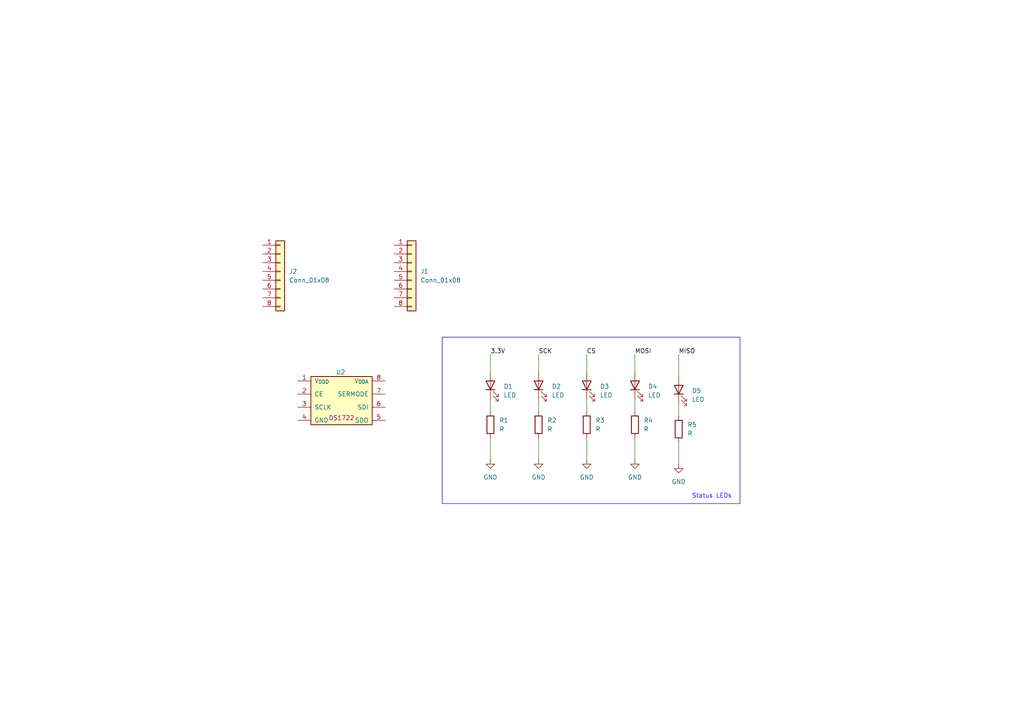
<source format=kicad_sch>
(kicad_sch (version 20250114) (generator "eeschema") (generator_version "9.0")
  (paper "A4")
  (lib_symbols
    (symbol "Connector_Generic:Conn_01x08" (pin_names (offset 1.016) (hide yes))
      (property "Reference" "J" (at 0 10.16 0))
      (property "Value" "Conn_01x08" (at 0 -12.7 0))
      (symbol "Conn_01x08_1_1"
        (rectangle (start -1.27 8.89) (end 1.27 -11.43) (stroke (width 0.254)) (fill (type background)))
        (rectangle (start -1.27 7.747) (end 0 7.493) (stroke (width 0.1524)))
        (rectangle (start -1.27 5.207) (end 0 4.953) (stroke (width 0.1524)))
        (rectangle (start -1.27 2.667) (end 0 2.413) (stroke (width 0.1524)))
        (rectangle (start -1.27 0.127) (end 0 -0.127) (stroke (width 0.1524)))
        (rectangle (start -1.27 -2.413) (end 0 -2.667) (stroke (width 0.1524)))
        (rectangle (start -1.27 -4.953) (end 0 -5.207) (stroke (width 0.1524)))
        (rectangle (start -1.27 -7.493) (end 0 -7.747) (stroke (width 0.1524)))
        (rectangle (start -1.27 -10.033) (end 0 -10.287) (stroke (width 0.1524)))
        (pin passive line (at -5.08 7.62 0) (length 3.81) (name "Pin_1") (number "1"))
        (pin passive line (at -5.08 5.08 0) (length 3.81) (name "Pin_2") (number "2"))
        (pin passive line (at -5.08 2.54 0) (length 3.81) (name "Pin_3") (number "3"))
        (pin passive line (at -5.08 0 0) (length 3.81) (name "Pin_4") (number "4"))
        (pin passive line (at -5.08 -2.54 0) (length 3.81) (name "Pin_5") (number "5"))
        (pin passive line (at -5.08 -5.08 0) (length 3.81) (name "Pin_6") (number "6"))
        (pin passive line (at -5.08 -7.62 0) (length 3.81) (name "Pin_7") (number "7"))
        (pin passive line (at -5.08 -10.16 0) (length 3.81) (name "Pin_8") (number "8"))
      )
    )
    (symbol "Connector_Generic:Conn_02x04_Counter_Clockwise" (pin_names (offset 1.016))
      (property "Value" "U2" (at 4.826 6.35 0))
      (symbol "Conn_02x04_Counter_Clockwise_1_1"
        (rectangle (start -3.81 5.08) (end 13.97 -8.89) (stroke (width 0.254)) (fill (type background)))
        (pin power_in line (at -7.62 3.81 0) (length 3.81) (name "V_{DDD}") (number "1"))
        (pin input line (at -7.62 0 0) (length 3.81) (name "CE") (number "2"))
        (pin input line (at -7.62 -3.81 0) (length 3.81) (name "SCLK") (number "3"))
        (pin passive line (at -7.62 -7.62 0) (length 3.81) (name "GND") (number "4"))
        (pin power_in line (at 17.78 3.81 180) (length 3.81) (name "V_{DDA}") (number "8"))
        (pin input line (at 17.78 0 180) (length 3.81) (name "SERMODE") (number "7"))
        (pin input line (at 17.78 -3.81 180) (length 3.81) (name "SDI") (number "6"))
        (pin output line (at 17.78 -7.62 180) (length 3.81) (name "SDO") (number "5"))
      )
    )
    (symbol "Device:LED" (pin_numbers (hide yes)) (pin_names (offset 1.016) (hide yes))
      (property "Reference" "D" (at 0 2.54 0))
      (property "Value" "LED" (at 0 -2.54 0))
      (symbol "LED_0_1"
        (polyline (pts (xy -3.048 -0.762) (xy -4.572 -2.286) (xy -3.81 -2.286) (xy -4.572 -2.286) (xy -4.572 -1.524)))
        (polyline (pts (xy -1.778 -0.762) (xy -3.302 -2.286) (xy -2.54 -2.286) (xy -3.302 -2.286) (xy -3.302 -1.524)))
        (polyline (pts (xy -1.27 0) (xy 1.27 0)))
        (polyline (pts (xy -1.27 -1.27) (xy -1.27 1.27)) (stroke (width 0.254)))
        (polyline (pts (xy 1.27 -1.27) (xy 1.27 1.27) (xy -1.27 0) (xy 1.27 -1.27)) (stroke (width 0.254)))
      )
      (symbol "LED_1_1"
        (pin passive line (at -3.81 0 0) (length 2.54) (name "K") (number "1"))
        (pin passive line (at 3.81 0 180) (length 2.54) (name "A") (number "2"))
      )
    )
    (symbol "Device:R" (pin_numbers (hide yes)) (pin_names (offset 0))
      (property "Reference" "R" (at 2.032 0 90))
      (property "Value" "R" (at 0 0 90))
      (symbol "R_0_1"
        (rectangle (start -1.016 -2.54) (end 1.016 2.54) (stroke (width 0.254)))
      )
      (symbol "R_1_1"
        (pin passive line (at 0 3.81 270) (length 1.27) (name "~") (number "1"))
        (pin passive line (at 0 -3.81 90) (length 1.27) (name "~") (number "2"))
      )
    )
    (symbol "power:GND" (power) (pin_numbers (hide yes)) (pin_names (offset 0) (hide yes))
      (property "Value" "GND" (at 0 -3.81 0))
      (symbol "GND_0_1"
        (polyline (pts (xy 0 0) (xy 0 -1.27) (xy 1.27 -1.27) (xy 0 -2.54) (xy -1.27 -1.27) (xy 0 -1.27)))
      )
      (symbol "GND_1_1"
        (pin power_in line (at 0 0 270) (length 0) (name "~") (number "1"))
      )
    )
  )
  (rectangle (start 128.27 97.79) (end 214.63 146.05))
  (wire (pts (xy 156.21 102.87) (xy 156.21 107.95)))
  (wire (pts (xy 170.18 127) (xy 170.18 133.35)))
  (wire (pts (xy 196.85 102.87) (xy 196.85 109.22)))
  (wire (pts (xy 184.15 127) (xy 184.15 133.35)))
  (wire (pts (xy 184.15 102.87) (xy 184.15 107.95)))
  (wire (pts (xy 142.24 115.57) (xy 142.24 119.38)))
  (wire (pts (xy 142.24 127) (xy 142.24 133.35)))
  (wire (pts (xy 142.24 102.87) (xy 142.24 107.95)))
  (wire (pts (xy 156.21 115.57) (xy 156.21 119.38)))
  (wire (pts (xy 184.15 115.57) (xy 184.15 119.38)))
  (wire (pts (xy 196.85 128.27) (xy 196.85 134.62)))
  (wire (pts (xy 170.18 102.87) (xy 170.18 107.95)))
  (wire (pts (xy 156.21 127) (xy 156.21 133.35)))
  (wire (pts (xy 170.18 115.57) (xy 170.18 119.38)))
  (wire (pts (xy 196.85 116.84) (xy 196.85 120.65)))
  (label "SCK" (at 156.21 102.87 0))
  (label "MISO" (at 196.85 102.87 0))
  (label "3.3V" (at 142.24 102.87 0))
  (label "MOSI" (at 184.15 102.87 0))
  (label "CS" (at 170.18 102.87 0))
  (label "Status LEDs" (at 200.66 144.78 0))
  (symbol (lib_id "Device:LED") (at 196.85 113.03 90) (unit 1)
    (property "Reference" "D5" (at 200.66 113.3474 90) (effects (justify right)))
    (property "Value" "LED" (at 200.66 115.8874 90) (effects (justify right)))
    (property "Description" "Light emitting diode" (effects (hide yes)))
    (property "Sim.Pins" "1=K 2=A" (effects (hide yes)))
  )
  (symbol (lib_id "power:GND") (at 196.85 134.62 0) (unit 1)
    (property "Reference" "#PWR010" (effects (hide yes)))
    (property "Value" "GND" (at 196.85 139.7 0))
    (property "Description" "Power symbol creates a global label with name \"GND\" , ground" (effects (hide yes)))
  )
  (symbol (lib_id "Connector_Generic:Conn_01x08") (at 81.28 78.74 0) (unit 1)
    (property "Reference" "J2" (at 83.82 78.7399 0) (effects (justify left)))
    (property "Value" "Conn_01x08" (at 83.82 81.2799 0) (effects (justify left)))
    (property "Description" "Generic connector, single row, 01x08, script generated (kicad-library-utils/schlib/autogen/connector/)" (effects (hide yes)))
  )
  (symbol (lib_id "Connector_Generic:Conn_02x04_Counter_Clockwise") (at 93.98 114.3 0) (unit 1)
    (property "Reference" "DS1722" (effects (hide yes)))
    (property "Value" "U2" (at 98.806 107.95 0))
    (property "Footprint" "DS1722" (at 99.06 121.92 0) (effects (justify bottom)))
    (property "Description" "Generic connector, double row, 02x04, counter clockwise pin numbering scheme (similar to DIP package numbering), script generated (kicad-library-utils/schlib/autogen/connector/)" (effects (hide yes)))
  )
  (symbol (lib_id "Device:LED") (at 142.24 111.76 90) (unit 1)
    (property "Reference" "D1" (at 146.05 112.0774 90) (effects (justify right)))
    (property "Value" "LED" (at 146.05 114.6174 90) (effects (justify right)))
    (property "Description" "Light emitting diode" (effects (hide yes)))
    (property "Sim.Pins" "1=K 2=A" (effects (hide yes)))
  )
  (symbol (lib_id "power:GND") (at 142.24 133.35 0) (unit 1)
    (property "Reference" "#PWR03" (effects (hide yes)))
    (property "Value" "GND" (at 142.24 138.43 0))
    (property "Description" "Power symbol creates a global label with name \"GND\" , ground" (effects (hide yes)))
  )
  (symbol (lib_id "Device:LED") (at 156.21 111.76 90) (unit 1)
    (property "Reference" "D2" (at 160.02 112.0774 90) (effects (justify right)))
    (property "Value" "LED" (at 160.02 114.6174 90) (effects (justify right)))
    (property "Description" "Light emitting diode" (effects (hide yes)))
    (property "Sim.Pins" "1=K 2=A" (effects (hide yes)))
  )
  (symbol (lib_id "Device:R") (at 196.85 124.46 0) (unit 1)
    (property "Reference" "R5" (at 199.39 123.1899 0) (effects (justify left)))
    (property "Value" "R" (at 199.39 125.7299 0) (effects (justify left)))
    (property "Description" "Resistor" (effects (hide yes)))
  )
  (symbol (lib_id "power:GND") (at 184.15 133.35 0) (unit 1)
    (property "Reference" "#PWR08" (effects (hide yes)))
    (property "Value" "GND" (at 184.15 138.43 0))
    (property "Description" "Power symbol creates a global label with name \"GND\" , ground" (effects (hide yes)))
  )
  (symbol (lib_id "Device:R") (at 142.24 123.19 0) (unit 1)
    (property "Reference" "R1" (at 144.78 121.9199 0) (effects (justify left)))
    (property "Value" "R" (at 144.78 124.4599 0) (effects (justify left)))
    (property "Description" "Resistor" (effects (hide yes)))
  )
  (symbol (lib_id "Device:LED") (at 170.18 111.76 90) (unit 1)
    (property "Reference" "D3" (at 173.99 112.0774 90) (effects (justify right)))
    (property "Value" "LED" (at 173.99 114.6174 90) (effects (justify right)))
    (property "Description" "Light emitting diode" (effects (hide yes)))
    (property "Sim.Pins" "1=K 2=A" (effects (hide yes)))
  )
  (symbol (lib_id "power:GND") (at 170.18 133.35 0) (unit 1)
    (property "Reference" "#PWR06" (effects (hide yes)))
    (property "Value" "GND" (at 170.18 138.43 0))
    (property "Description" "Power symbol creates a global label with name \"GND\" , ground" (effects (hide yes)))
  )
  (symbol (lib_id "power:GND") (at 156.21 133.35 0) (unit 1)
    (property "Reference" "#PWR04" (effects (hide yes)))
    (property "Value" "GND" (at 156.21 138.43 0))
    (property "Description" "Power symbol creates a global label with name \"GND\" , ground" (effects (hide yes)))
  )
  (symbol (lib_id "Device:R") (at 156.21 123.19 0) (unit 1)
    (property "Reference" "R2" (at 158.75 121.9199 0) (effects (justify left)))
    (property "Value" "R" (at 158.75 124.4599 0) (effects (justify left)))
    (property "Description" "Resistor" (effects (hide yes)))
  )
  (symbol (lib_id "Device:R") (at 184.15 123.19 0) (unit 1)
    (property "Reference" "R4" (at 186.69 121.9199 0) (effects (justify left)))
    (property "Value" "R" (at 186.69 124.4599 0) (effects (justify left)))
    (property "Description" "Resistor" (effects (hide yes)))
  )
  (symbol (lib_id "Connector_Generic:Conn_01x08") (at 119.38 78.74 0) (unit 1)
    (property "Reference" "J1" (at 121.92 78.7399 0) (effects (justify left)))
    (property "Value" "Conn_01x08" (at 121.92 81.2799 0) (effects (justify left)))
    (property "Description" "Generic connector, single row, 01x08, script generated (kicad-library-utils/schlib/autogen/connector/)" (effects (hide yes)))
  )
  (symbol (lib_id "Device:LED") (at 184.15 111.76 90) (unit 1)
    (property "Reference" "D4" (at 187.96 112.0774 90) (effects (justify right)))
    (property "Value" "LED" (at 187.96 114.6174 90) (effects (justify right)))
    (property "Description" "Light emitting diode" (effects (hide yes)))
    (property "Sim.Pins" "1=K 2=A" (effects (hide yes)))
  )
  (symbol (lib_id "Device:R") (at 170.18 123.19 0) (unit 1)
    (property "Reference" "R3" (at 172.72 121.9199 0) (effects (justify left)))
    (property "Value" "R" (at 172.72 124.4599 0) (effects (justify left)))
    (property "Description" "Resistor" (effects (hide yes)))
  )
)
</source>
